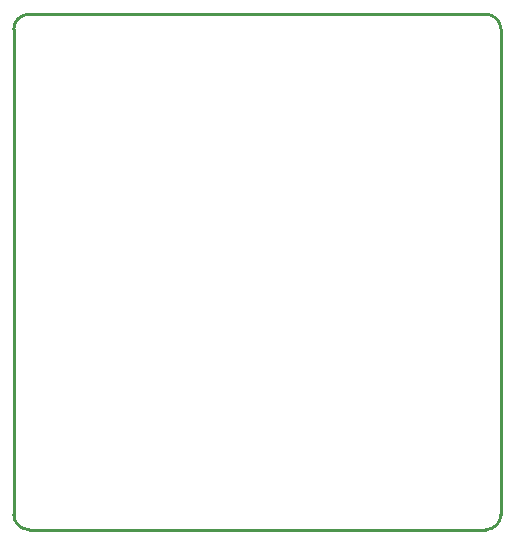
<source format=gm1>
G04*
G04 #@! TF.GenerationSoftware,Altium Limited,Altium Designer,25.5.2 (35)*
G04*
G04 Layer_Color=16711935*
%FSLAX44Y44*%
%MOMM*%
G71*
G04*
G04 #@! TF.SameCoordinates,BE086167-A92D-4318-8729-62100742BBEE*
G04*
G04*
G04 #@! TF.FilePolarity,Positive*
G04*
G01*
G75*
%ADD13C,0.2540*%
D13*
X415750Y423800D02*
G03*
X403050Y436500I-12700J0D01*
G01*
Y250D02*
G03*
X415750Y12950I0J12700D01*
G01*
X3250D02*
G03*
X15950Y250I12700J0D01*
G01*
Y436500D02*
G03*
X3250Y423800I0J-12700D01*
G01*
X15950Y250D02*
X403050D01*
X16350Y436500D02*
X403050D01*
X415750Y12950D02*
Y423800D01*
X3250Y12950D02*
Y423800D01*
X15950Y436500D02*
X16750D01*
M02*

</source>
